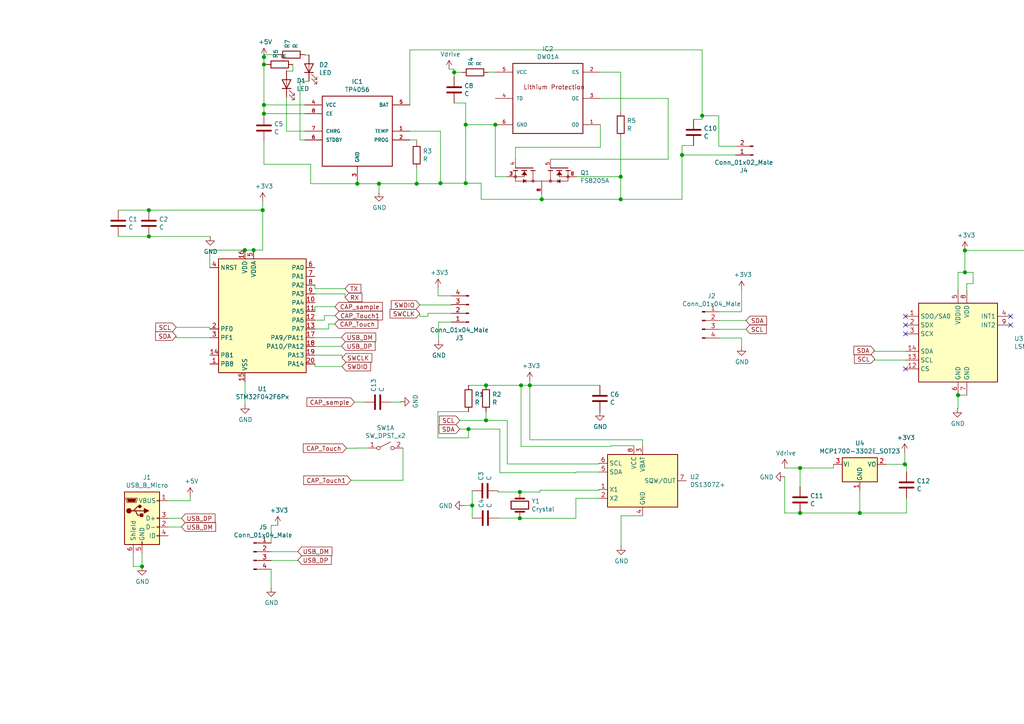
<source format=kicad_sch>
(kicad_sch (version 20200828) (generator eeschema)
  (page 1 1)
  (paper "A4")
  (lib_symbols
    (symbol "Connector:Conn_01x02_Male" (pin_names (offset 1.016) hide)
      (property "Reference" "J" (at 0 2.54 0))
      (property "Value" "Conn_01x02_Male" (at 0 -5.08 0))
      (symbol "Conn_01x02_Male_1_1"
        (rectangle (start 0.8636 -2.413) (end 0 -2.667) (stroke (width 0.1524)) (fill (type outline)))
        (rectangle (start 0.8636 0.127) (end 0 -0.127) (stroke (width 0.1524)) (fill (type outline)))
        (polyline (pts (xy 1.27 -2.54) (xy 0.8636 -2.54)) (stroke (width 0.1524)))
        (polyline (pts (xy 1.27 0) (xy 0.8636 0)) (stroke (width 0.1524)))
        (pin passive line (at 5.08 0 180) (length 3.81) (name "Pin_1") (number "1"))
        (pin passive line (at 5.08 -2.54 180) (length 3.81) (name "Pin_2") (number "2"))
      )
    )
    (symbol "Connector:Conn_01x04_Male" (pin_names (offset 1.016) hide)
      (property "Reference" "J" (at 0 5.08 0))
      (property "Value" "Conn_01x04_Male" (at 0 -7.62 0))
      (symbol "Conn_01x04_Male_1_1"
        (rectangle (start 0.8636 -4.953) (end 0 -5.207) (stroke (width 0.1524)) (fill (type outline)))
        (rectangle (start 0.8636 -2.413) (end 0 -2.667) (stroke (width 0.1524)) (fill (type outline)))
        (rectangle (start 0.8636 0.127) (end 0 -0.127) (stroke (width 0.1524)) (fill (type outline)))
        (rectangle (start 0.8636 2.667) (end 0 2.413) (stroke (width 0.1524)) (fill (type outline)))
        (polyline (pts (xy 1.27 -5.08) (xy 0.8636 -5.08)) (stroke (width 0.1524)))
        (polyline (pts (xy 1.27 -2.54) (xy 0.8636 -2.54)) (stroke (width 0.1524)))
        (polyline (pts (xy 1.27 0) (xy 0.8636 0)) (stroke (width 0.1524)))
        (polyline (pts (xy 1.27 2.54) (xy 0.8636 2.54)) (stroke (width 0.1524)))
        (pin passive line (at 5.08 2.54 180) (length 3.81) (name "Pin_1") (number "1"))
        (pin passive line (at 5.08 0 180) (length 3.81) (name "Pin_2") (number "2"))
        (pin passive line (at 5.08 -2.54 180) (length 3.81) (name "Pin_3") (number "3"))
        (pin passive line (at 5.08 -5.08 180) (length 3.81) (name "Pin_4") (number "4"))
      )
    )
    (symbol "Connector:USB_B_Micro" (pin_names (offset 1.016))
      (property "Reference" "J" (at -5.08 11.43 0))
      (property "Value" "USB_B_Micro" (at -5.08 8.89 0))
      (symbol "USB_B_Micro_0_1"
        (circle (center -3.81 2.159) (radius 0.635) (stroke (width 0.254)) (fill (type outline)))
        (circle (center -0.635 3.429) (radius 0.381) (stroke (width 0.254)) (fill (type outline)))
        (rectangle (start -5.08 -7.62) (end 5.08 7.62) (stroke (width 0.254)) (fill (type background)))
        (rectangle (start -0.127 -7.62) (end 0.127 -6.858))
        (rectangle (start 0.254 1.27) (end -0.508 0.508) (stroke (width 0.254)) (fill (type outline)))
        (rectangle (start 5.08 -5.207) (end 4.318 -4.953))
        (rectangle (start 5.08 -2.667) (end 4.318 -2.413))
        (rectangle (start 5.08 -0.127) (end 4.318 0.127))
        (rectangle (start 5.08 4.953) (end 4.318 5.207))
        (polyline (pts (xy -1.905 2.159) (xy 0.635 2.159)) (stroke (width 0.254)))
        (polyline (pts (xy -3.175 2.159) (xy -2.54 2.159) (xy -1.27 3.429) (xy -0.635 3.429)) (stroke (width 0.254)))
        (polyline (pts (xy -2.54 2.159) (xy -1.905 2.159) (xy -1.27 0.889) (xy 0 0.889)) (stroke (width 0.254)))
        (polyline (pts (xy 0.635 2.794) (xy 0.635 1.524) (xy 1.905 2.159) (xy 0.635 2.794)) (stroke (width 0.254)) (fill (type outline)))
        (polyline (pts (xy -4.318 5.588) (xy -1.778 5.588) (xy -2.032 4.826) (xy -4.064 4.826) (xy -4.318 5.588)) (fill (type outline)))
        (polyline (pts (xy -4.699 5.842) (xy -4.699 5.588) (xy -4.445 4.826) (xy -4.445 4.572) (xy -1.651 4.572) (xy -1.651 4.826) (xy -1.397 5.588) (xy -1.397 5.842) (xy -4.699 5.842)))
      )
      (symbol "USB_B_Micro_1_1"
        (pin power_out line (at 7.62 5.08 180) (length 2.54) (name "VBUS") (number "1"))
        (pin passive line (at 7.62 -2.54 180) (length 2.54) (name "D-") (number "2"))
        (pin passive line (at 7.62 0 180) (length 2.54) (name "D+") (number "3"))
        (pin passive line (at 7.62 -5.08 180) (length 2.54) (name "ID") (number "4"))
        (pin power_out line (at 0 -10.16 90) (length 2.54) (name "GND") (number "5"))
        (pin passive line (at -2.54 -10.16 90) (length 2.54) (name "Shield") (number "6"))
      )
    )
    (symbol "Device:C" (pin_numbers hide) (pin_names (offset 0.254))
      (property "Reference" "C" (at 0.635 2.54 0))
      (property "Value" "C" (at 0.635 -2.54 0))
      (symbol "C_0_1"
        (polyline (pts (xy -2.032 -0.762) (xy 2.032 -0.762)) (stroke (width 0.508)))
        (polyline (pts (xy -2.032 0.762) (xy 2.032 0.762)) (stroke (width 0.508)))
      )
      (symbol "C_1_1"
        (pin passive line (at 0 3.81 270) (length 2.794) (name "~") (number "1"))
        (pin passive line (at 0 -3.81 90) (length 2.794) (name "~") (number "2"))
      )
    )
    (symbol "Device:Crystal" (pin_numbers hide) (pin_names (offset 1.016) hide)
      (property "Reference" "Y" (at 0 3.81 0))
      (property "Value" "Crystal" (at 0 -3.81 0))
      (symbol "Crystal_0_1"
        (rectangle (start -1.143 2.54) (end 1.143 -2.54) (stroke (width 0.3048)))
        (polyline (pts (xy -2.54 0) (xy -1.905 0)))
        (polyline (pts (xy -1.905 -1.27) (xy -1.905 1.27)) (stroke (width 0.508)))
        (polyline (pts (xy 1.905 -1.27) (xy 1.905 1.27)) (stroke (width 0.508)))
        (polyline (pts (xy 2.54 0) (xy 1.905 0)))
      )
      (symbol "Crystal_1_1"
        (pin passive line (at -3.81 0 0) (length 1.27) (name "1") (number "1"))
        (pin passive line (at 3.81 0 180) (length 1.27) (name "2") (number "2"))
      )
    )
    (symbol "Device:LED" (pin_numbers hide) (pin_names (offset 1.016) hide)
      (property "Reference" "D" (at 0 2.54 0))
      (property "Value" "LED" (at 0 -2.54 0))
      (symbol "LED_0_1"
        (polyline (pts (xy -1.27 -1.27) (xy -1.27 1.27)) (stroke (width 0.254)))
        (polyline (pts (xy -1.27 0) (xy 1.27 0)))
        (polyline (pts (xy 1.27 -1.27) (xy 1.27 1.27) (xy -1.27 0) (xy 1.27 -1.27)) (stroke (width 0.254)))
        (polyline (pts (xy -3.048 -0.762) (xy -4.572 -2.286) (xy -3.81 -2.286) (xy -4.572 -2.286) (xy -4.572 -1.524)))
        (polyline (pts (xy -1.778 -0.762) (xy -3.302 -2.286) (xy -2.54 -2.286) (xy -3.302 -2.286) (xy -3.302 -1.524)))
      )
      (symbol "LED_1_1"
        (pin passive line (at -3.81 0 0) (length 2.54) (name "K") (number "1"))
        (pin passive line (at 3.81 0 180) (length 2.54) (name "A") (number "2"))
      )
    )
    (symbol "Device:R" (pin_numbers hide) (pin_names (offset 0))
      (property "Reference" "R" (at 2.032 0 90))
      (property "Value" "R" (at 0 0 90))
      (symbol "R_0_1"
        (rectangle (start -1.016 -2.54) (end 1.016 2.54) (stroke (width 0.254)))
      )
      (symbol "R_1_1"
        (pin passive line (at 0 3.81 270) (length 1.27) (name "~") (number "1"))
        (pin passive line (at 0 -3.81 90) (length 1.27) (name "~") (number "2"))
      )
    )
    (symbol "MCU_ST_STM32F0:STM32F042F6Px"
      (property "Reference" "U" (at -12.7 16.51 0))
      (property "Value" "STM32F042F6Px" (at 0 16.51 0))
      (symbol "STM32F042F6Px_0_1"
        (rectangle (start -12.7 -17.78) (end 12.7 15.24) (stroke (width 0.254)) (fill (type background)))
      )
      (symbol "STM32F042F6Px_1_1"
        (pin bidirectional line (at -15.24 -15.24 0) (length 2.54) (name "PB8") (number "1"))
        (pin bidirectional line (at 15.24 2.54 180) (length 2.54) (name "PA4") (number "10"))
        (pin bidirectional line (at 15.24 0 180) (length 2.54) (name "PA5") (number "11"))
        (pin bidirectional line (at 15.24 -2.54 180) (length 2.54) (name "PA6") (number "12"))
        (pin bidirectional line (at 15.24 -5.08 180) (length 2.54) (name "PA7") (number "13"))
        (pin bidirectional line (at -15.24 -12.7 0) (length 2.54) (name "PB1") (number "14"))
        (pin power_in line (at -5.08 -20.32 90) (length 2.54) (name "VSS") (number "15"))
        (pin power_in line (at -5.08 17.78 270) (length 2.54) (name "VDD") (number "16"))
        (pin bidirectional line (at 15.24 -7.62 180) (length 2.54) (name "PA9/PA11") (number "17"))
        (pin bidirectional line (at 15.24 -10.16 180) (length 2.54) (name "PA10/PA12") (number "18"))
        (pin bidirectional line (at 15.24 -12.7 180) (length 2.54) (name "PA13") (number "19"))
        (pin input line (at -15.24 -5.08 0) (length 2.54) (name "PF0") (number "2"))
        (pin bidirectional line (at 15.24 -15.24 180) (length 2.54) (name "PA14") (number "20"))
        (pin input line (at -15.24 -7.62 0) (length 2.54) (name "PF1") (number "3"))
        (pin input line (at -15.24 12.7 0) (length 2.54) (name "NRST") (number "4"))
        (pin power_in line (at -2.54 17.78 270) (length 2.54) (name "VDDA") (number "5"))
        (pin bidirectional line (at 15.24 12.7 180) (length 2.54) (name "PA0") (number "6"))
        (pin bidirectional line (at 15.24 10.16 180) (length 2.54) (name "PA1") (number "7"))
        (pin bidirectional line (at 15.24 7.62 180) (length 2.54) (name "PA2") (number "8"))
        (pin bidirectional line (at 15.24 5.08 180) (length 2.54) (name "PA3") (number "9"))
      )
    )
    (symbol "New_Library:DW01A" (pin_names (offset 1.016))
      (property "Reference" "IC" (at -5.08 11.43 0))
      (property "Value" "DW01A" (at -5.08 -12.7 0))
      (symbol "DW01A_0_0"
        (text "Lithium Protection" (at -7.112 2.54 0) (effects (font (size 1.27 1.27)) (justify left bottom)))
        (polyline (pts (xy -10.16 -10.16) (xy -10.16 10.16)) (stroke (width 0.254)))
        (polyline (pts (xy -10.16 10.16) (xy 10.16 10.16)) (stroke (width 0.254)))
        (polyline (pts (xy 10.16 10.16) (xy 10.16 -10.16)) (stroke (width 0.254)))
        (polyline (pts (xy 10.16 -10.16) (xy -10.16 -10.16)) (stroke (width 0.254)))
        (pin power_in line (at -15.24 7.62 0) (length 5.08) (name "VCC") (number "5"))
        (pin power_in line (at -15.24 -7.62 0) (length 5.08) (name "GND") (number "6"))
        (pin bidirectional line (at -15.24 0 0) (length 5.08) (name "TD") (number "4"))
        (pin bidirectional line (at 15.24 -7.62 180) (length 5.08) (name "OD") (number "1"))
        (pin bidirectional line (at 15.24 0 180) (length 5.08) (name "OC") (number "3"))
        (pin bidirectional line (at 15.24 7.62 180) (length 5.08) (name "CS") (number "2"))
      )
    )
    (symbol "New_Library:FS8205A" (pin_names (offset 1.016) hide)
      (property "Reference" "Q" (at -11.43 7.62 0))
      (property "Value" "FS8205A" (at -11.43 -12.7 0))
      (symbol "FS8205A_0_0"
        (circle (center 0 -7.62) (radius 0.3556))
        (circle (center 1.27 -2.54) (radius 0.3556))
        (circle (center 0 7.62) (radius 0.3556))
        (circle (center 1.27 2.54) (radius 0.3556))
        (polyline (pts (xy -1.778 -4.318) (xy -1.778 -5.08)) (stroke (width 0.254)))
        (polyline (pts (xy -1.778 -5.08) (xy -1.778 -5.842)) (stroke (width 0.254)))
        (polyline (pts (xy -1.778 -1.905) (xy -1.778 -2.54)) (stroke (width 0.254)))
        (polyline (pts (xy -1.778 -2.54) (xy -1.778 -3.175)) (stroke (width 0.254)))
        (polyline (pts (xy -1.778 -5.08) (xy 0 -5.08)) (stroke (width 0.1524)))
        (polyline (pts (xy 0 -5.08) (xy 0 -7.62)) (stroke (width 0.1524)))
        (polyline (pts (xy -1.778 -6.985) (xy -1.778 -7.62)) (stroke (width 0.254)))
        (polyline (pts (xy -1.778 -7.62) (xy -1.778 -8.255)) (stroke (width 0.254)))
        (polyline (pts (xy -2.54 -2.54) (xy -2.54 -7.62)) (stroke (width 0.254)))
        (polyline (pts (xy 0 -7.62) (xy -1.778 -7.62)) (stroke (width 0.1524)))
        (polyline (pts (xy 1.27 -2.54) (xy 1.27 -4.572)) (stroke (width 0.1524)))
        (polyline (pts (xy 1.27 -4.572) (xy 1.27 -7.62)) (stroke (width 0.1524)))
        (polyline (pts (xy 0 -7.62) (xy 1.27 -7.62)) (stroke (width 0.1524)))
        (polyline (pts (xy -1.778 -2.54) (xy 1.27 -2.54)) (stroke (width 0.1524)))
        (polyline (pts (xy 1.778 -4.572) (xy 1.27 -4.572)) (stroke (width 0.1524)))
        (polyline (pts (xy 1.27 -4.572) (xy 0.762 -4.572)) (stroke (width 0.1524)))
        (polyline (pts (xy 1.27 -4.572) (xy 0.762 -5.334) (xy 1.778 -5.334)) (stroke (width 0.1524)) (fill (type outline)))
        (polyline (pts (xy -1.524 -5.08) (xy -0.508 -4.318) (xy -0.508 -5.842)) (stroke (width 0.1524)) (fill (type outline)))
        (polyline (pts (xy -1.778 5.842) (xy -1.778 5.08)) (stroke (width 0.254)))
        (polyline (pts (xy -1.778 5.08) (xy -1.778 4.318)) (stroke (width 0.254)))
        (polyline (pts (xy -1.778 8.255) (xy -1.778 7.62)) (stroke (width 0.254)))
        (polyline (pts (xy -1.778 7.62) (xy -1.778 6.985)) (stroke (width 0.254)))
        (polyline (pts (xy -1.778 5.08) (xy 0 5.08)) (stroke (width 0.1524)))
        (polyline (pts (xy -1.778 3.175) (xy -1.778 2.54)) (stroke (width 0.254)))
        (polyline (pts (xy -1.778 2.54) (xy -1.778 1.905)) (stroke (width 0.254)))
        (polyline (pts (xy -2.54 7.62) (xy -2.54 2.54)) (stroke (width 0.254)))
        (polyline (pts (xy 1.27 2.54) (xy -1.778 2.54)) (stroke (width 0.1524)))
        (polyline (pts (xy -1.778 7.62) (xy 1.27 7.62)) (stroke (width 0.1524)))
        (polyline (pts (xy -1.524 5.08) (xy -0.508 5.842) (xy -0.508 4.318)) (stroke (width 0.1524)) (fill (type outline)))
        (polyline (pts (xy 1.27 2.54) (xy 1.27 4.572)) (stroke (width 0.1524)))
        (polyline (pts (xy 1.27 4.572) (xy 1.27 7.62)) (stroke (width 0.1524)))
        (polyline (pts (xy 0.762 4.572) (xy 1.27 4.572)) (stroke (width 0.1524)))
        (polyline (pts (xy 1.27 4.572) (xy 1.778 4.572)) (stroke (width 0.1524)))
        (polyline (pts (xy 1.27 4.572) (xy 1.778 5.334) (xy 0.762 5.334)) (stroke (width 0.1524)) (fill (type outline)))
        (polyline (pts (xy 0 7.62) (xy 0 5.08)) (stroke (width 0.1524)))
        (polyline (pts (xy 1.27 -2.54) (xy 1.27 0)) (stroke (width 0.1524)))
        (polyline (pts (xy 1.27 0) (xy 1.27 2.54)) (stroke (width 0.1524)))
        (polyline (pts (xy 1.27 0) (xy 2.54 0)) (stroke (width 0.1524)))
        (pin passive line (at 0 -10.16 90) (length 2.54) (name "~") (number "2"))
        (pin passive line (at 0 -10.16 90) (length 2.54) (name "~") (number "3"))
        (pin passive line (at -5.08 -7.62 0) (length 2.54) (name "~") (number "4"))
        (pin passive line (at 5.08 0 180) (length 2.54) (name "~") (number "1"))
        (pin passive line (at 5.08 0 180) (length 2.54) (name "~") (number "8"))
        (pin passive line (at -5.08 2.54 0) (length 2.54) (name "~") (number "5"))
        (pin passive line (at 0 10.16 270) (length 2.54) (name "~") (number "6"))
        (pin passive line (at 0 10.16 270) (length 2.54) (name "~") (number "7"))
      )
    )
    (symbol "New_Library:TP4056" (pin_names (offset 1.016))
      (property "Reference" "IC" (at -10.16 12.7 0))
      (property "Value" "TP4056" (at 2.54 -12.7254 0))
      (symbol "TP4056_0_0"
        (polyline (pts (xy -10.16 10.16) (xy -10.16 -10.16)) (stroke (width 0.254)))
        (polyline (pts (xy -10.16 -10.16) (xy 10.16 -10.16)) (stroke (width 0.254)))
        (polyline (pts (xy 10.16 -10.16) (xy 10.16 10.16)) (stroke (width 0.254)))
        (polyline (pts (xy 10.16 10.16) (xy -10.16 10.16)) (stroke (width 0.254)))
        (pin bidirectional line (at 15.24 0 180) (length 5.08) (name "TEMP") (number "1"))
        (pin bidirectional line (at 15.24 -2.54 180) (length 5.08) (name "PROG") (number "2"))
        (pin bidirectional line (at 0 -15.24 90) (length 5.08) (name "GND") (number "3"))
        (pin bidirectional line (at -15.24 7.62 0) (length 5.08) (name "VCC") (number "4"))
        (pin bidirectional line (at 15.24 7.62 180) (length 5.08) (name "BAT") (number "5"))
        (pin bidirectional line (at -15.24 -2.54 0) (length 5.08) (name "STDBY") (number "6"))
        (pin bidirectional line (at -15.24 0 0) (length 5.08) (name "CHRG") (number "7"))
        (pin bidirectional line (at -15.24 5.08 0) (length 5.08) (name "CE") (number "8"))
      )
    )
    (symbol "Sensor_Motion:LSM6DS3"
      (property "Reference" "U" (at -11.43 15.24 0))
      (property "Value" "LSM6DS3" (at -11.43 12.7 0))
      (symbol "LSM6DS3_0_1"
        (rectangle (start 11.43 11.43) (end -11.43 -11.43) (stroke (width 0.254)) (fill (type background)))
      )
      (symbol "LSM6DS3_1_1"
        (pin bidirectional line (at -15.24 7.62 0) (length 3.81) (name "SDO/SA0") (number "1"))
        (pin unconnected line (at 10.16 -5.08 180) (length 3.81) hide (name "NC") (number "10"))
        (pin unconnected line (at 10.16 -2.54 180) (length 3.81) hide (name "NC") (number "11"))
        (pin input line (at -15.24 -7.62 0) (length 3.81) (name "CS") (number "12"))
        (pin input line (at -15.24 -5.08 0) (length 3.81) (name "SCL") (number "13"))
        (pin bidirectional line (at -15.24 -2.54 0) (length 3.81) (name "SDA") (number "14"))
        (pin bidirectional line (at -15.24 5.08 0) (length 3.81) (name "SDX") (number "2"))
        (pin input line (at -15.24 2.54 0) (length 3.81) (name "SCX") (number "3"))
        (pin output line (at 15.24 7.62 180) (length 3.81) (name "INT1") (number "4"))
        (pin power_in line (at 0 15.24 270) (length 3.81) (name "VDDIO") (number "5"))
        (pin power_in line (at 0 -15.24 90) (length 3.81) (name "GND") (number "6"))
        (pin power_in line (at 2.54 -15.24 90) (length 3.81) (name "GND") (number "7"))
        (pin power_in line (at 2.54 15.24 270) (length 3.81) (name "VDD") (number "8"))
        (pin output line (at 15.24 5.08 180) (length 3.81) (name "INT2") (number "9"))
      )
    )
    (symbol "Switch:SW_DPST_x2" (pin_names (offset 0) hide)
      (property "Reference" "SW" (at 0 3.175 0))
      (property "Value" "SW_DPST_x2" (at 0 -2.54 0))
      (symbol "SW_DPST_x2_0_0"
        (circle (center -2.032 0) (radius 0.508))
        (circle (center 2.032 0) (radius 0.508))
        (polyline (pts (xy -1.524 0.254) (xy 1.524 1.778)))
      )
      (symbol "SW_DPST_x2_1_1"
        (pin passive line (at -5.08 0 0) (length 2.54) (name "A") (number "1"))
        (pin passive line (at 5.08 0 180) (length 2.54) (name "B") (number "2"))
      )
      (symbol "SW_DPST_x2_2_1"
        (pin passive line (at -5.08 0 0) (length 2.54) (name "A") (number "3"))
        (pin passive line (at 5.08 0 180) (length 2.54) (name "B") (number "4"))
      )
    )
    (symbol "Timer_RTC:DS1307Z+"
      (property "Reference" "U" (at -8.89 8.89 0))
      (property "Value" "DS1307Z+" (at 1.27 8.89 0))
      (symbol "DS1307Z+_0_1"
        (rectangle (start -10.16 7.62) (end 10.16 -7.62) (stroke (width 0.254)) (fill (type background)))
      )
      (symbol "DS1307Z+_1_1"
        (pin input line (at -12.7 -2.54 0) (length 2.54) (name "X1") (number "1"))
        (pin input line (at -12.7 -5.08 0) (length 2.54) (name "X2") (number "2"))
        (pin power_in line (at 0 10.16 270) (length 2.54) (name "VBAT") (number "3"))
        (pin power_in line (at 0 -10.16 90) (length 2.54) (name "GND") (number "4"))
        (pin bidirectional line (at -12.7 2.54 0) (length 2.54) (name "SDA") (number "5"))
        (pin input line (at -12.7 5.08 0) (length 2.54) (name "SCL") (number "6"))
        (pin open_collector line (at 12.7 0 180) (length 2.54) (name "SQW/OUT") (number "7"))
        (pin power_in line (at -2.54 10.16 270) (length 2.54) (name "VCC") (number "8"))
      )
    )
    (symbol "drone_v3-cache:MCP1700-3302E_SOT23" (pin_names (offset 0.254))
      (property "Reference" "U" (at -3.81 3.175 0))
      (property "Value" "MCP1700-3302E_SOT23" (at 0 3.175 0))
      (symbol "MCP1700-3302E_SOT23_0_1"
        (rectangle (start -5.08 1.905) (end 5.08 -5.08) (stroke (width 0.254)) (fill (type background)))
      )
      (symbol "MCP1700-3302E_SOT23_1_1"
        (pin power_in line (at 0 -7.62 90) (length 2.54) (name "GND") (number "1"))
        (pin power_out line (at 7.62 0 180) (length 2.54) (name "VO") (number "2"))
        (pin power_in line (at -7.62 0 0) (length 2.54) (name "VI") (number "3"))
      )
    )
    (symbol "power:+3.3V" (power) (pin_names (offset 0))
      (property "Value" "+3.3V" (at 0 3.556 0))
      (symbol "+3.3V_0_1"
        (polyline (pts (xy -0.762 1.27) (xy 0 2.54)))
        (polyline (pts (xy 0 0) (xy 0 2.54)))
        (polyline (pts (xy 0 2.54) (xy 0.762 1.27)))
      )
      (symbol "+3.3V_1_1"
        (pin power_in line (at 0 0 90) (length 0) hide (name "+3V3") (number "1"))
      )
    )
    (symbol "power:+3V3" (power) (pin_names (offset 0))
      (property "Value" "+3V3" (at 0 3.556 0))
      (symbol "+3V3_0_1"
        (polyline (pts (xy -0.762 1.27) (xy 0 2.54)))
        (polyline (pts (xy 0 0) (xy 0 2.54)))
        (polyline (pts (xy 0 2.54) (xy 0.762 1.27)))
      )
      (symbol "+3V3_1_1"
        (pin power_in line (at 0 0 90) (length 0) hide (name "+3V3") (number "1"))
      )
    )
    (symbol "power:+5V" (power) (pin_names (offset 0))
      (property "Value" "+5V" (at 0 3.556 0))
      (symbol "+5V_0_1"
        (polyline (pts (xy -0.762 1.27) (xy 0 2.54)))
        (polyline (pts (xy 0 0) (xy 0 2.54)))
        (polyline (pts (xy 0 2.54) (xy 0.762 1.27)))
      )
      (symbol "+5V_1_1"
        (pin power_in line (at 0 0 90) (length 0) hide (name "+5V") (number "1"))
      )
    )
    (symbol "power:GND" (power) (pin_names (offset 0))
      (property "Value" "GND" (at 0 -3.81 0))
      (symbol "GND_0_1"
        (polyline (pts (xy 0 0) (xy 0 -1.27) (xy 1.27 -1.27) (xy 0 -2.54) (xy -1.27 -1.27) (xy 0 -1.27)))
      )
      (symbol "GND_1_1"
        (pin power_in line (at 0 0 270) (length 0) hide (name "GND") (number "1"))
      )
    )
    (symbol "power:Vdrive" (power) (pin_names (offset 0))
      (property "Value" "Vdrive" (at 0 3.81 0))
      (symbol "Vdrive_0_1"
        (polyline (pts (xy -0.762 1.27) (xy 0 2.54)))
        (polyline (pts (xy 0 0) (xy 0 2.54)))
        (polyline (pts (xy 0 2.54) (xy 0.762 1.27)))
      )
      (symbol "Vdrive_1_1"
        (pin power_in line (at 0 0 90) (length 0) hide (name "Vdrive") (number "1"))
      )
    )
  )
  (junction (at 41.1988 164.2872) (diameter 1.016))
  (junction (at 43.18 60.96) (diameter 1.016))
  (junction (at 43.18 68.58) (diameter 1.016))
  (junction (at 71.0184 72.5424) (diameter 1.016))
  (junction (at 73.5584 72.5424) (diameter 1.016))
  (junction (at 76.2 60.96) (diameter 1.016))
  (junction (at 76.5556 16.5608) (diameter 1.016))
  (junction (at 76.5556 18.6944) (diameter 1.016))
  (junction (at 76.5556 30.4292) (diameter 1.016))
  (junction (at 76.5556 32.9692) (diameter 1.016))
  (junction (at 103.632 53.2892) (diameter 1.016))
  (junction (at 109.9312 53.2892) (diameter 1.016))
  (junction (at 120.8532 53.2892) (diameter 1.016))
  (junction (at 127.762 53.1368) (diameter 1.016))
  (junction (at 131.7244 20.9804) (diameter 1.016))
  (junction (at 135.0772 36.1696) (diameter 1.016))
  (junction (at 135.0772 53.1368) (diameter 1.016))
  (junction (at 135.89 124.46) (diameter 1.016))
  (junction (at 136.9568 146.6088) (diameter 1.016))
  (junction (at 140.97 111.76) (diameter 1.016))
  (junction (at 140.97 121.92) (diameter 1.016))
  (junction (at 143.6624 36.1696) (diameter 1.016))
  (junction (at 150.7744 142.6972) (diameter 1.016))
  (junction (at 150.7744 150.3172) (diameter 1.016))
  (junction (at 151.13 111.76) (diameter 1.016))
  (junction (at 153.67 111.76) (diameter 1.016))
  (junction (at 157.1244 57.8104) (diameter 1.016))
  (junction (at 180.0352 51.2572) (diameter 1.016))
  (junction (at 180.0352 57.8104) (diameter 1.016))
  (junction (at 197.8152 44.958) (diameter 1.016))
  (junction (at 203.6572 33.5788) (diameter 1.016))
  (junction (at 232.0544 135.7376) (diameter 1.016))
  (junction (at 232.0544 148.7932) (diameter 1.016))
  (junction (at 249.3772 148.7932) (diameter 1.016))
  (junction (at 262.4328 134.6708) (diameter 1.016))
  (junction (at 277.876 114.6048) (diameter 1.016))
  (junction (at 279.8572 72.644) (diameter 1.016))
  (junction (at 279.8572 78.994) (diameter 1.016))
  (junction (at 302.7172 72.644) (diameter 1.016))
  (junction (at 310.3372 81.534) (diameter 1.016))
  (no_connect (at 262.636 91.7448))
  (no_connect (at 262.636 106.9848))
  (no_connect (at 293.116 91.7448))
  (no_connect (at 293.116 94.2848))
  (no_connect (at 262.636 96.8248))
  (no_connect (at 262.636 94.2848))
  (wire (pts (xy 38.6588 160.4772) (xy 38.6588 164.2872)))
  (wire (pts (xy 38.6588 164.2872) (xy 41.1988 164.2872)))
  (wire (pts (xy 41.1988 160.4772) (xy 41.1988 164.2872)))
  (wire (pts (xy 43.18 60.96) (xy 34.29 60.96)))
  (wire (pts (xy 43.18 60.96) (xy 76.2 60.96)))
  (wire (pts (xy 43.18 68.58) (xy 34.29 68.58)))
  (wire (pts (xy 43.18 68.58) (xy 60.96 68.58)))
  (wire (pts (xy 48.8188 145.2372) (xy 55.1688 145.2372)))
  (wire (pts (xy 48.8188 150.3172) (xy 52.6288 150.3172)))
  (wire (pts (xy 48.8188 152.8572) (xy 52.6288 152.8572)))
  (wire (pts (xy 51.1048 94.9452) (xy 60.8584 94.9452)))
  (wire (pts (xy 51.1048 97.9424) (xy 51.1048 97.4852)))
  (wire (pts (xy 55.1688 145.2372) (xy 55.1688 143.9672)))
  (wire (pts (xy 60.8584 72.5424) (xy 71.0184 72.5424)))
  (wire (pts (xy 60.8584 77.6224) (xy 60.8584 72.5424)))
  (wire (pts (xy 60.8584 94.9452) (xy 60.8584 95.4024)))
  (wire (pts (xy 60.8584 97.9424) (xy 51.1048 97.9424)))
  (wire (pts (xy 71.0184 72.5424) (xy 73.5584 72.5424)))
  (wire (pts (xy 71.0692 110.6424) (xy 71.0184 110.6424)))
  (wire (pts (xy 71.0692 117.348) (xy 71.0692 110.6424)))
  (wire (pts (xy 76.2 60.96) (xy 76.2 58.42)))
  (wire (pts (xy 76.2 60.96) (xy 76.2 72.5424)))
  (wire (pts (xy 76.2 72.5424) (xy 73.5584 72.5424)))
  (wire (pts (xy 76.5556 15.8496) (xy 76.5556 16.5608)))
  (wire (pts (xy 76.5556 16.5608) (xy 76.5556 18.6944)))
  (wire (pts (xy 76.5556 18.6944) (xy 76.5556 30.4292)))
  (wire (pts (xy 76.5556 18.6944) (xy 77.3176 18.6944)))
  (wire (pts (xy 76.5556 30.4292) (xy 76.5556 32.9692)))
  (wire (pts (xy 76.5556 32.9692) (xy 76.5556 33.3248)))
  (wire (pts (xy 76.5556 40.9448) (xy 76.5556 47.6504)))
  (wire (pts (xy 76.5556 47.6504) (xy 90.1192 47.6504)))
  (wire (pts (xy 78.6384 152.3492) (xy 80.5688 152.3492)))
  (wire (pts (xy 78.6384 157.48) (xy 78.6384 152.3492)))
  (wire (pts (xy 78.6384 160.02) (xy 86.36 160.02)))
  (wire (pts (xy 78.6384 165.1) (xy 78.6384 170.4848)))
  (wire (pts (xy 80.7212 15.8496) (xy 76.5556 15.8496)))
  (wire (pts (xy 83.1088 20.574) (xy 83.1088 20.6248)))
  (wire (pts (xy 83.1088 20.6248) (xy 84.9376 20.6248)))
  (wire (pts (xy 83.1088 28.194) (xy 83.1088 38.0492)))
  (wire (pts (xy 83.1088 38.0492) (xy 88.392 38.0492)))
  (wire (pts (xy 84.9376 20.6248) (xy 84.9376 18.6944)))
  (wire (pts (xy 86.36 160.02) (xy 86.36 159.9184)))
  (wire (pts (xy 86.36 162.4584) (xy 86.36 162.56)))
  (wire (pts (xy 86.36 162.56) (xy 78.6384 162.56)))
  (wire (pts (xy 87.0204 23.5712) (xy 87.0204 40.5892)))
  (wire (pts (xy 87.0204 40.5892) (xy 88.392 40.5892)))
  (wire (pts (xy 88.3412 15.9512) (xy 88.3412 15.8496)))
  (wire (pts (xy 88.392 30.4292) (xy 76.5556 30.4292)))
  (wire (pts (xy 88.392 32.9692) (xy 76.5556 32.9692)))
  (wire (pts (xy 89.6112 15.9512) (xy 88.3412 15.9512)))
  (wire (pts (xy 89.6112 23.5712) (xy 87.0204 23.5712)))
  (wire (pts (xy 90.1192 47.6504) (xy 90.1192 53.2892)))
  (wire (pts (xy 90.1192 53.2892) (xy 103.632 53.2892)))
  (wire (pts (xy 91.3384 83.7184) (xy 91.3384 82.7024)))
  (wire (pts (xy 91.3384 85.2424) (xy 100.076 85.2424)))
  (wire (pts (xy 91.3384 88.9508) (xy 97.1296 88.9508)))
  (wire (pts (xy 91.3384 90.3224) (xy 91.3384 88.9508)))
  (wire (pts (xy 91.3384 92.8624) (xy 94.0816 92.8624)))
  (wire (pts (xy 91.3384 95.4024) (xy 95.3008 95.4024)))
  (wire (pts (xy 91.3384 97.9424) (xy 99.06 97.9424)))
  (wire (pts (xy 91.3384 103.0224) (xy 99.2124 103.0224)))
  (wire (pts (xy 91.3384 106.3244) (xy 91.3384 105.5624)))
  (wire (pts (xy 94.0816 91.5416) (xy 97.2312 91.5416)))
  (wire (pts (xy 94.0816 92.8624) (xy 94.0816 91.5416)))
  (wire (pts (xy 95.3008 93.98) (xy 97.0788 93.98)))
  (wire (pts (xy 95.3008 95.4024) (xy 95.3008 93.98)))
  (wire (pts (xy 99.06 97.9424) (xy 99.06 97.8408)))
  (wire (pts (xy 99.06 100.3808) (xy 99.06 100.4824)))
  (wire (pts (xy 99.06 100.4824) (xy 91.3384 100.4824)))
  (wire (pts (xy 99.2124 103.0224) (xy 99.2124 103.7844)))
  (wire (pts (xy 99.2124 106.3244) (xy 91.3384 106.3244)))
  (wire (pts (xy 100.076 83.7184) (xy 91.3384 83.7184)))
  (wire (pts (xy 100.076 85.2424) (xy 100.076 86.2584)))
  (wire (pts (xy 101.8032 139.2936) (xy 116.8908 139.2936)))
  (wire (pts (xy 102.8192 116.6368) (xy 105.7148 116.6368)))
  (wire (pts (xy 103.632 53.2892) (xy 109.9312 53.2892)))
  (wire (pts (xy 103.632 129.9464) (xy 103.632 129.9972)))
  (wire (pts (xy 103.632 129.9972) (xy 100.4824 129.9972)))
  (wire (pts (xy 106.7308 129.9464) (xy 103.632 129.9464)))
  (wire (pts (xy 109.9312 53.2892) (xy 109.9312 55.8292)))
  (wire (pts (xy 109.9312 53.2892) (xy 120.8532 53.2892)))
  (wire (pts (xy 113.3348 116.6368) (xy 116.1796 116.6368)))
  (wire (pts (xy 116.1796 116.6368) (xy 116.1796 116.5352)))
  (wire (pts (xy 116.8908 129.9464) (xy 116.8908 139.2936)))
  (wire (pts (xy 118.872 14.478) (xy 203.6572 14.478)))
  (wire (pts (xy 118.872 30.4292) (xy 118.872 14.478)))
  (wire (pts (xy 118.872 40.5892) (xy 120.8532 40.5892)))
  (wire (pts (xy 120.8532 40.5892) (xy 120.8532 41.1988)))
  (wire (pts (xy 120.8532 48.8188) (xy 120.8532 53.2892)))
  (wire (pts (xy 120.8532 53.2892) (xy 127.762 53.2892)))
  (wire (pts (xy 121.7676 88.4428) (xy 130.9116 88.4428)))
  (wire (pts (xy 121.7676 91.7448) (xy 121.7676 90.9828)))
  (wire (pts (xy 124.1044 90.8812) (xy 124.1044 91.7448)))
  (wire (pts (xy 124.1044 91.7448) (xy 121.7676 91.7448)))
  (wire (pts (xy 127 119.38) (xy 127 127)))
  (wire (pts (xy 127 127) (xy 135.89 127)))
  (wire (pts (xy 127.0508 85.8012) (xy 127.0508 83.4644)))
  (wire (pts (xy 127.2032 93.4212) (xy 127.2032 98.7552)))
  (wire (pts (xy 127.762 38.0492) (xy 118.872 38.0492)))
  (wire (pts (xy 127.762 38.0492) (xy 127.762 53.1368)))
  (wire (pts (xy 127.762 53.1368) (xy 127.762 53.2892)))
  (wire (pts (xy 127.762 53.1368) (xy 135.0772 53.1368)))
  (wire (pts (xy 130.2512 20.066) (xy 131.7244 20.066)))
  (wire (pts (xy 130.9116 85.8012) (xy 127.0508 85.8012)))
  (wire (pts (xy 130.9116 88.4428) (xy 130.9116 88.3412)))
  (wire (pts (xy 130.9116 90.8812) (xy 124.1044 90.8812)))
  (wire (pts (xy 130.9116 93.4212) (xy 127.2032 93.4212)))
  (wire (pts (xy 131.7244 20.066) (xy 131.7244 20.9804)))
  (wire (pts (xy 131.7244 20.9804) (xy 131.7244 22.2504)))
  (wire (pts (xy 131.7244 29.8704) (xy 135.0772 29.8704)))
  (wire (pts (xy 133.35 121.92) (xy 140.97 121.92)))
  (wire (pts (xy 133.9596 20.9804) (xy 131.7244 20.9804)))
  (wire (pts (xy 134.5184 146.6088) (xy 136.9568 146.6088)))
  (wire (pts (xy 135.0772 29.8704) (xy 135.0772 36.1696)))
  (wire (pts (xy 135.0772 36.1696) (xy 135.0772 53.1368)))
  (wire (pts (xy 135.0772 53.1368) (xy 139.5476 53.1368)))
  (wire (pts (xy 135.89 111.76) (xy 140.97 111.76)))
  (wire (pts (xy 135.89 119.38) (xy 127 119.38)))
  (wire (pts (xy 135.89 124.46) (xy 133.35 124.46)))
  (wire (pts (xy 135.89 124.46) (xy 144.9832 124.46)))
  (wire (pts (xy 135.89 127) (xy 135.89 124.46)))
  (wire (pts (xy 136.9568 142.3416) (xy 136.8552 142.3416)))
  (wire (pts (xy 136.9568 146.6088) (xy 136.9568 142.3416)))
  (wire (pts (xy 136.9568 150.2664) (xy 136.9568 146.6088)))
  (wire (pts (xy 139.5476 57.8104) (xy 139.5476 53.1368)))
  (wire (pts (xy 140.97 111.76) (xy 151.13 111.76)))
  (wire (pts (xy 140.97 119.38) (xy 140.97 121.92)))
  (wire (pts (xy 140.97 121.92) (xy 147.1168 121.92)))
  (wire (pts (xy 141.5796 20.9296) (xy 141.5796 20.9804)))
  (wire (pts (xy 143.6624 20.9296) (xy 141.5796 20.9296)))
  (wire (pts (xy 143.6624 36.1696) (xy 135.0772 36.1696)))
  (wire (pts (xy 143.6624 51.2572) (xy 143.6624 36.1696)))
  (wire (pts (xy 144.4752 142.6972) (xy 144.4752 142.3416)))
  (wire (pts (xy 144.5768 150.2664) (xy 150.7744 150.2664)))
  (wire (pts (xy 144.9832 137.1092) (xy 144.9832 124.46)))
  (wire (pts (xy 146.9644 51.2572) (xy 143.6624 51.2572)))
  (wire (pts (xy 147.1168 121.92) (xy 147.1168 134.5692)))
  (wire (pts (xy 147.1168 134.5692) (xy 173.6852 134.5692)))
  (wire (pts (xy 149.5044 42.7228) (xy 174.1424 42.7228)))
  (wire (pts (xy 149.5044 46.1772) (xy 149.5044 42.7228)))
  (wire (pts (xy 150.7744 142.6972) (xy 144.4752 142.6972)))
  (wire (pts (xy 150.7744 142.6972) (xy 156.6164 142.6972)))
  (wire (pts (xy 150.7744 150.2664) (xy 150.7744 150.3172)))
  (wire (pts (xy 150.7744 150.3172) (xy 167.0304 150.3172)))
  (wire (pts (xy 151.13 111.76) (xy 151.13 129.4892)))
  (wire (pts (xy 151.13 111.76) (xy 153.67 111.76)))
  (wire (pts (xy 153.67 111.76) (xy 153.67 110.49)))
  (wire (pts (xy 153.67 111.76) (xy 153.67 127.5588)))
  (wire (pts (xy 153.67 111.76) (xy 173.99 111.76)))
  (wire (pts (xy 153.67 127.5588) (xy 186.3852 127.5588)))
  (wire (pts (xy 156.6164 142.1892) (xy 173.6852 142.1892)))
  (wire (pts (xy 156.6164 142.6972) (xy 156.6164 142.1892)))
  (wire (pts (xy 157.1244 57.8104) (xy 139.5476 57.8104)))
  (wire (pts (xy 157.1244 57.8104) (xy 157.1244 56.3372)))
  (wire (pts (xy 157.1244 57.8104) (xy 180.0352 57.8104)))
  (wire (pts (xy 159.6644 46.1772) (xy 193.802 46.1772)))
  (wire (pts (xy 167.0304 136.906) (xy 167.0304 137.1092)))
  (wire (pts (xy 167.0304 137.1092) (xy 144.9832 137.1092)))
  (wire (pts (xy 167.0304 144.526) (xy 167.0304 150.3172)))
  (wire (pts (xy 167.0304 144.526) (xy 173.6852 144.526)))
  (wire (pts (xy 167.2844 51.2572) (xy 180.0352 51.2572)))
  (wire (pts (xy 173.6852 134.5692) (xy 173.6852 134.366)))
  (wire (pts (xy 173.6852 136.906) (xy 167.0304 136.906)))
  (wire (pts (xy 173.6852 142.1892) (xy 173.6852 141.986)))
  (wire (pts (xy 174.1424 20.9296) (xy 180.0352 20.9296)))
  (wire (pts (xy 174.1424 36.1696) (xy 174.1424 42.7228)))
  (wire (pts (xy 177.1904 129.286) (xy 177.1904 129.4892)))
  (wire (pts (xy 177.1904 129.4892) (xy 151.13 129.4892)))
  (wire (pts (xy 180.0352 20.9296) (xy 180.0352 32.3596)))
  (wire (pts (xy 180.0352 39.9796) (xy 180.0352 51.2572)))
  (wire (pts (xy 180.0352 51.2572) (xy 180.0352 57.8104)))
  (wire (pts (xy 180.1368 149.606) (xy 186.3852 149.606)))
  (wire (pts (xy 180.1368 158.3436) (xy 180.1368 149.606)))
  (wire (pts (xy 183.8452 129.286) (xy 177.1904 129.286)))
  (wire (pts (xy 186.3852 127.5588) (xy 186.3852 129.286)))
  (wire (pts (xy 193.802 28.5496) (xy 174.1424 28.5496)))
  (wire (pts (xy 193.802 46.1772) (xy 193.802 28.5496)))
  (wire (pts (xy 197.8152 42.2148) (xy 197.8152 44.958)))
  (wire (pts (xy 197.8152 44.958) (xy 197.8152 57.8104)))
  (wire (pts (xy 197.8152 57.8104) (xy 180.0352 57.8104)))
  (wire (pts (xy 201.168 34.5948) (xy 203.6572 34.5948)))
  (wire (pts (xy 201.168 42.2148) (xy 197.8152 42.2148)))
  (wire (pts (xy 203.6572 14.478) (xy 203.6572 33.5788)))
  (wire (pts (xy 203.6572 33.5788) (xy 208.4832 33.5788)))
  (wire (pts (xy 203.6572 34.5948) (xy 203.6572 33.5788)))
  (wire (pts (xy 208.4832 33.5788) (xy 208.4832 42.418)))
  (wire (pts (xy 208.4832 42.418) (xy 213.36 42.418)))
  (wire (pts (xy 208.7372 90.424) (xy 215.0872 90.424)))
  (wire (pts (xy 208.7372 92.964) (xy 216.3572 92.964)))
  (wire (pts (xy 208.7372 98.044) (xy 215.0872 98.044)))
  (wire (pts (xy 213.36 44.958) (xy 197.8152 44.958)))
  (wire (pts (xy 215.0872 90.424) (xy 215.0872 84.074)))
  (wire (pts (xy 215.0872 98.044) (xy 215.0872 100.584)))
  (wire (pts (xy 216.3572 95.504) (xy 208.7372 95.504)))
  (wire (pts (xy 227.584 135.7376) (xy 232.0544 135.7376)))
  (wire (pts (xy 227.584 138.2776) (xy 227.584 148.7932)))
  (wire (pts (xy 227.584 148.7932) (xy 232.0544 148.7932)))
  (wire (pts (xy 232.0544 135.7376) (xy 241.7572 135.7376)))
  (wire (pts (xy 232.0544 141.1732) (xy 232.0544 135.7376)))
  (wire (pts (xy 232.0544 148.7932) (xy 249.3772 148.7932)))
  (wire (pts (xy 241.7572 135.7376) (xy 241.7572 134.6708)))
  (wire (pts (xy 249.3772 148.7932) (xy 249.3772 142.2908)))
  (wire (pts (xy 249.3772 148.7932) (xy 262.9408 148.7932)))
  (wire (pts (xy 253.6444 101.6508) (xy 253.6444 101.9048)))
  (wire (pts (xy 253.6444 101.9048) (xy 262.636 101.9048)))
  (wire (pts (xy 253.746 104.4448) (xy 253.746 104.14)))
  (wire (pts (xy 256.9972 134.6708) (xy 262.4328 134.6708)))
  (wire (pts (xy 262.382 131.2672) (xy 262.4328 131.2672)))
  (wire (pts (xy 262.4328 131.2672) (xy 262.4328 134.6708)))
  (wire (pts (xy 262.636 104.4448) (xy 253.746 104.4448)))
  (wire (pts (xy 262.9408 134.6708) (xy 262.4328 134.6708)))
  (wire (pts (xy 262.9408 136.8552) (xy 262.9408 134.6708)))
  (wire (pts (xy 262.9408 148.7932) (xy 262.9408 144.4752)))
  (wire (pts (xy 277.876 78.994) (xy 279.8572 78.994)))
  (wire (pts (xy 277.876 84.1248) (xy 277.876 78.994)))
  (wire (pts (xy 277.876 114.6048) (xy 277.876 118.4656)))
  (wire (pts (xy 277.876 114.6048) (xy 280.416 114.6048)))
  (wire (pts (xy 277.876 118.4656) (xy 277.6728 118.4656)))
  (wire (pts (xy 279.8572 72.644) (xy 279.8572 78.994)))
  (wire (pts (xy 279.8572 72.644) (xy 302.7172 72.644)))
  (wire (pts (xy 280.416 82.2452) (xy 280.416 84.1248)))
  (wire (pts (xy 282.2448 78.994) (xy 279.8572 78.994)))
  (wire (pts (xy 282.2448 78.994) (xy 282.2448 82.2452)))
  (wire (pts (xy 282.2448 82.2452) (xy 280.416 82.2452)))
  (wire (pts (xy 302.7172 71.374) (xy 315.4172 71.374)))
  (wire (pts (xy 302.7172 72.644) (xy 302.7172 71.374)))
  (wire (pts (xy 302.7172 72.7456) (xy 302.7172 72.644)))
  (wire (pts (xy 306.2224 72.7456) (xy 302.7172 72.7456)))
  (wire (pts (xy 306.2224 81.534) (xy 306.2224 80.3656)))
  (wire (pts (xy 310.3372 78.994) (xy 315.4172 78.994)))
  (wire (pts (xy 310.3372 81.534) (xy 306.2224 81.534)))
  (wire (pts (xy 310.3372 81.534) (xy 310.3372 78.994)))
  (global_label "SCL" (shape input) (at 51.1048 94.9452 180))
  (global_label "SDA" (shape input) (at 51.1048 97.4852 180))
  (global_label "USB_DP" (shape input) (at 52.6288 150.3172 0))
  (global_label "USB_DM" (shape input) (at 52.6288 152.8572 0))
  (global_label "USB_DM" (shape input) (at 86.36 159.9184 0))
  (global_label "USB_DP" (shape input) (at 86.36 162.4584 0))
  (global_label "CAP_Touch" (shape input) (at 97.0788 93.98 0))
  (global_label "CAP_sample" (shape input) (at 97.1296 88.9508 0))
  (global_label "CAP_Touch1" (shape input) (at 97.2312 91.5416 0))
  (global_label "USB_DM" (shape input) (at 99.06 97.8408 0))
  (global_label "USB_DP" (shape input) (at 99.06 100.3808 0))
  (global_label "SWCLK" (shape input) (at 99.2124 103.7844 0))
  (global_label "SWDIO" (shape input) (at 99.2124 106.3244 0))
  (global_label "TX" (shape input) (at 100.076 83.7184 0))
  (global_label "RX" (shape input) (at 100.076 86.2584 0))
  (global_label "CAP_Touch" (shape input) (at 100.4824 129.9972 180))
  (global_label "CAP_Touch1" (shape input) (at 101.8032 139.2936 180))
  (global_label "CAP_sample" (shape input) (at 102.8192 116.6368 180))
  (global_label "SWDIO" (shape input) (at 121.7676 88.4428 180))
  (global_label "SWCLK" (shape input) (at 121.7676 90.9828 180))
  (global_label "SCL" (shape input) (at 133.35 121.92 180))
  (global_label "SDA" (shape input) (at 133.35 124.46 180))
  (global_label "SDA" (shape input) (at 216.3572 92.964 0))
  (global_label "SCL" (shape input) (at 216.3572 95.504 0))
  (global_label "SDA" (shape input) (at 253.6444 101.6508 180))
  (global_label "SCL" (shape input) (at 253.746 104.14 180))
  (symbol (lib_id "power:+5V") (at 55.1688 143.9672 0) (unit 1)
    (property "Reference" "#PWR0113" (effects hide))
    (property "Value" "+5V" (at 55.5498 139.573 0))
  )
  (symbol (lib_id "power:+3.3V") (at 76.2 58.42 0) (unit 1)
    (property "Reference" "#PWR0101" (effects hide))
    (property "Value" "+3.3V" (at 76.581 54.0258 0))
  )
  (symbol (lib_id "power:+5V") (at 76.5556 16.5608 0) (unit 1)
    (property "Reference" "#PWR0118" (effects hide))
    (property "Value" "+5V" (at 76.9366 12.1666 0))
  )
  (symbol (lib_id "power:+3V3") (at 80.5688 152.3492 0) (unit 1)
    (property "Reference" "#PWR0117" (effects hide))
    (property "Value" "+3V3" (at 80.9371 148.0248 0))
  )
  (symbol (lib_id "power:+3.3V") (at 127.0508 83.4644 0) (unit 1)
    (property "Reference" "#PWR0124" (effects hide))
    (property "Value" "+3.3V" (at 127.4318 79.0702 0))
  )
  (symbol (lib_id "power:Vdrive") (at 130.2512 20.066 0) (unit 1)
    (property "Reference" "#PWR0120" (effects hide))
    (property "Value" "Vdrive" (at 130.6195 15.7416 0))
  )
  (symbol (lib_id "power:+3.3V") (at 153.67 110.49 0) (unit 1)
    (property "Reference" "#PWR0104" (effects hide))
    (property "Value" "+3.3V" (at 154.051 106.0958 0))
  )
  (symbol (lib_id "power:+3.3V") (at 215.0872 84.074 0) (unit 1)
    (property "Reference" "#PWR0102" (effects hide))
    (property "Value" "+3.3V" (at 215.4682 79.6798 0))
  )
  (symbol (lib_id "power:Vdrive") (at 227.584 135.7376 0) (unit 1)
    (property "Reference" "#PWR0121" (effects hide))
    (property "Value" "Vdrive" (at 227.9523 131.4132 0))
  )
  (symbol (lib_id "power:+3V3") (at 262.382 131.2672 0) (unit 1)
    (property "Reference" "#PWR0111" (effects hide))
    (property "Value" "+3V3" (at 262.7503 126.9428 0))
  )
  (symbol (lib_id "power:+3.3V") (at 279.8572 72.644 0) (unit 1)
    (property "Reference" "#PWR0103" (effects hide))
    (property "Value" "+3.3V" (at 280.2382 68.2498 0))
  )
  (symbol (lib_id "power:GND") (at 41.1988 164.2872 0) (unit 1)
    (property "Reference" "#PWR0114" (effects hide))
    (property "Value" "GND" (at 41.3258 168.6814 0))
  )
  (symbol (lib_id "power:GND") (at 60.96 68.58 0) (unit 1)
    (property "Reference" "#PWR0106" (effects hide))
    (property "Value" "GND" (at 61.087 72.9742 0))
  )
  (symbol (lib_id "power:GND") (at 71.0692 117.348 0) (unit 1)
    (property "Reference" "#PWR0105" (effects hide))
    (property "Value" "GND" (at 71.1962 121.7422 0))
  )
  (symbol (lib_id "power:GND") (at 78.6384 170.4848 0) (unit 1)
    (property "Reference" "#PWR0125" (effects hide))
    (property "Value" "GND" (at 78.7527 174.8092 0))
  )
  (symbol (lib_id "power:GND") (at 109.9312 55.8292 0) (unit 1)
    (property "Reference" "#PWR0119" (effects hide))
    (property "Value" "GND" (at 110.0582 60.2234 0))
  )
  (symbol (lib_id "power:GND") (at 116.1796 116.5352 90) (unit 1)
    (property "Reference" "#PWR0116" (effects hide))
    (property "Value" "GND" (at 120.504 116.4209 0))
  )
  (symbol (lib_id "power:GND") (at 127.2032 98.7552 0) (unit 1)
    (property "Reference" "#PWR0123" (effects hide))
    (property "Value" "GND" (at 127.3175 103.0796 0))
  )
  (symbol (lib_id "power:GND") (at 134.5184 146.6088 270) (unit 1)
    (property "Reference" "#PWR0115" (effects hide))
    (property "Value" "GND" (at 131.3434 146.7231 90) (effects (justify right)))
  )
  (symbol (lib_id "power:GND") (at 173.99 119.38 0) (unit 1)
    (property "Reference" "#PWR0109" (effects hide))
    (property "Value" "GND" (at 174.117 123.7742 0))
  )
  (symbol (lib_id "power:GND") (at 180.1368 158.3436 0) (unit 1)
    (property "Reference" "#PWR0108" (effects hide))
    (property "Value" "GND" (at 180.2638 162.7378 0))
  )
  (symbol (lib_id "power:GND") (at 215.0872 100.584 0) (unit 1)
    (property "Reference" "#PWR0107" (effects hide))
    (property "Value" "GND" (at 215.2142 104.9782 0))
  )
  (symbol (lib_id "power:GND") (at 227.584 138.2776 270) (unit 1)
    (property "Reference" "#PWR0122" (effects hide))
    (property "Value" "GND" (at 224.409 138.3919 90) (effects (justify right)))
  )
  (symbol (lib_id "power:GND") (at 277.6728 118.4656 0) (unit 1)
    (property "Reference" "#PWR0110" (effects hide))
    (property "Value" "GND" (at 277.7998 122.8598 0))
  )
  (symbol (lib_id "power:GND") (at 310.3372 81.534 0) (unit 1)
    (property "Reference" "#PWR0112" (effects hide))
    (property "Value" "GND" (at 310.4642 85.9282 0))
  )
  (symbol (lib_id "Device:R") (at 81.1276 18.6944 90) (unit 1)
    (property "Reference" "R6" (at 79.9592 16.9164 0) (effects (justify left)))
    (property "Value" "R" (at 82.2706 16.9164 0) (effects (justify left)))
    (property "Footprint" "Resistor_SMD:R_0603_1608Metric" (effects hide))
  )
  (symbol (lib_id "Device:R") (at 84.5312 15.8496 90) (unit 1)
    (property "Reference" "R7" (at 83.3628 14.0716 0) (effects (justify left)))
    (property "Value" "R" (at 85.6742 14.0716 0) (effects (justify left)))
    (property "Footprint" "Resistor_SMD:R_0603_1608Metric" (effects hide))
  )
  (symbol (lib_id "Device:R") (at 120.8532 45.0088 0) (unit 1)
    (property "Reference" "R3" (at 122.6312 43.8404 0) (effects (justify left)))
    (property "Value" "R" (at 122.6312 46.1518 0) (effects (justify left)))
    (property "Footprint" "Resistor_SMD:R_0603_1608Metric" (effects hide))
  )
  (symbol (lib_id "Device:R") (at 135.89 115.57 0) (unit 1)
    (property "Reference" "R1" (at 137.668 114.4016 0) (effects (justify left)))
    (property "Value" "R" (at 137.668 116.713 0) (effects (justify left)))
    (property "Footprint" "Resistor_SMD:R_0603_1608Metric" (effects hide))
  )
  (symbol (lib_id "Device:R") (at 137.7696 20.9804 90) (unit 1)
    (property "Reference" "R4" (at 136.6012 19.2024 0) (effects (justify left)))
    (property "Value" "R" (at 138.9126 19.2024 0) (effects (justify left)))
    (property "Footprint" "Resistor_SMD:R_0603_1608Metric" (effects hide))
  )
  (symbol (lib_id "Device:R") (at 140.97 115.57 0) (unit 1)
    (property "Reference" "R2" (at 142.748 114.4016 0) (effects (justify left)))
    (property "Value" "R" (at 142.748 116.713 0) (effects (justify left)))
    (property "Footprint" "Resistor_SMD:R_0603_1608Metric" (effects hide))
  )
  (symbol (lib_id "Device:R") (at 180.0352 36.1696 0) (unit 1)
    (property "Reference" "R5" (at 181.8132 35.0012 0) (effects (justify left)))
    (property "Value" "R" (at 181.8132 37.3126 0) (effects (justify left)))
    (property "Footprint" "Resistor_SMD:R_0603_1608Metric" (effects hide))
  )
  (symbol (lib_id "Connector:Conn_01x02_Male") (at 218.44 44.958 180) (unit 1)
    (property "Reference" "J4" (at 215.7476 49.4222 0))
    (property "Value" "Conn_01x02_Male" (at 215.7476 47.1235 0))
    (property "Footprint" "Connector_PinSocket_2.00mm:PinSocket_1x02_P2.00mm_Vertical" (effects hide))
  )
  (symbol (lib_id "Device:LED") (at 83.1088 24.384 90) (unit 1)
    (property "Reference" "D1" (at 86.0299 23.4251 90) (effects (justify right)))
    (property "Value" "LED" (at 86.0299 25.7238 90) (effects (justify right)))
    (property "Footprint" "LED_SMD:LED_0603_1608Metric" (effects hide))
  )
  (symbol (lib_id "Device:LED") (at 89.6112 19.7612 90) (unit 1)
    (property "Reference" "D2" (at 92.5323 18.8023 90) (effects (justify right)))
    (property "Value" "LED" (at 92.5323 21.101 90) (effects (justify right)))
    (property "Footprint" "LED_SMD:LED_0603_1608Metric" (effects hide))
  )
  (symbol (lib_id "Switch:SW_DPST_x2") (at 111.8108 129.9464 0) (unit 1)
    (property "Reference" "SW1" (at 111.8108 124.0852 0))
    (property "Value" "SW_DPST_x2" (at 111.8108 126.3839 0))
    (property "Footprint" "drone_v3:TouchSlider-2_10x10mm" (effects hide))
  )
  (symbol (lib_id "Device:C") (at 34.29 64.77 0) (unit 1)
    (property "Reference" "C1" (at 37.211 63.6016 0) (effects (justify left)))
    (property "Value" "C" (at 37.211 65.913 0) (effects (justify left)))
    (property "Footprint" "Capacitor_SMD:C_0402_1005Metric" (effects hide))
  )
  (symbol (lib_id "Device:C") (at 43.18 64.77 0) (unit 1)
    (property "Reference" "C2" (at 46.101 63.6016 0) (effects (justify left)))
    (property "Value" "C" (at 46.101 65.913 0) (effects (justify left)))
    (property "Footprint" "Capacitor_SMD:C_0402_1005Metric" (effects hide))
  )
  (symbol (lib_id "Device:C") (at 76.5556 37.1348 0) (unit 1)
    (property "Reference" "C5" (at 79.4766 35.9664 0) (effects (justify left)))
    (property "Value" "C" (at 79.4766 38.2778 0) (effects (justify left)))
    (property "Footprint" "Capacitor_SMD:C_0603_1608Metric_Pad1.05x0.95mm_HandSolder" (effects hide))
  )
  (symbol (lib_id "Device:C") (at 109.5248 116.6368 90) (unit 1)
    (property "Reference" "C13" (at 108.3564 113.7158 0) (effects (justify left)))
    (property "Value" "C" (at 110.6678 113.7158 0) (effects (justify left)))
    (property "Footprint" "Capacitor_SMD:C_0603_1608Metric_Pad1.05x0.95mm_HandSolder" (effects hide))
  )
  (symbol (lib_id "Device:C") (at 131.7244 26.0604 0) (unit 1)
    (property "Reference" "C8" (at 134.6454 24.892 0) (effects (justify left)))
    (property "Value" "C" (at 134.6454 27.2034 0) (effects (justify left)))
    (property "Footprint" "Capacitor_SMD:C_0603_1608Metric_Pad1.05x0.95mm_HandSolder" (effects hide))
  )
  (symbol (lib_id "Device:C") (at 140.6652 142.3416 90) (unit 1)
    (property "Reference" "C3" (at 139.4968 139.4206 0) (effects (justify left)))
    (property "Value" "C" (at 141.8082 139.4206 0) (effects (justify left)))
    (property "Footprint" "Capacitor_SMD:C_0603_1608Metric_Pad1.05x0.95mm_HandSolder" (effects hide))
  )
  (symbol (lib_id "Device:C") (at 140.7668 150.2664 90) (unit 1)
    (property "Reference" "C4" (at 139.5984 147.3454 0) (effects (justify left)))
    (property "Value" "C" (at 141.9098 147.3454 0) (effects (justify left)))
    (property "Footprint" "Capacitor_SMD:C_0603_1608Metric_Pad1.05x0.95mm_HandSolder" (effects hide))
  )
  (symbol (lib_id "Device:C") (at 173.99 115.57 0) (unit 1)
    (property "Reference" "C6" (at 176.911 114.4016 0) (effects (justify left)))
    (property "Value" "C" (at 176.911 116.713 0) (effects (justify left)))
    (property "Footprint" "Capacitor_SMD:C_0402_1005Metric" (effects hide))
  )
  (symbol (lib_id "Device:C") (at 201.168 38.4048 0) (unit 1)
    (property "Reference" "C10" (at 204.089 37.2364 0) (effects (justify left)))
    (property "Value" "C" (at 204.089 39.5478 0) (effects (justify left)))
    (property "Footprint" "Capacitor_SMD:C_0402_1005Metric" (effects hide))
  )
  (symbol (lib_id "Device:C") (at 232.0544 144.9832 0) (unit 1)
    (property "Reference" "C11" (at 234.9754 143.8148 0) (effects (justify left)))
    (property "Value" "C" (at 234.9754 146.1262 0) (effects (justify left)))
    (property "Footprint" "Capacitor_SMD:C_0603_1608Metric" (effects hide))
  )
  (symbol (lib_id "Device:C") (at 262.9408 140.6652 0) (unit 1)
    (property "Reference" "C12" (at 265.8618 139.4968 0) (effects (justify left)))
    (property "Value" "C" (at 265.8618 141.8082 0) (effects (justify left)))
    (property "Footprint" "Capacitor_SMD:C_0603_1608Metric" (effects hide))
  )
  (symbol (lib_id "Device:C") (at 306.2224 76.5556 0) (unit 1)
    (property "Reference" "C7" (at 309.1434 75.3872 0) (effects (justify left)))
    (property "Value" "C" (at 309.1434 77.6986 0) (effects (justify left)))
  )
  (symbol (lib_id "Device:C") (at 315.4172 75.184 0) (unit 1)
    (property "Reference" "C9" (at 318.3382 74.0156 0) (effects (justify left)))
    (property "Value" "C" (at 318.3382 76.327 0) (effects (justify left)))
  )
  (symbol (lib_id "Device:Crystal") (at 150.7744 146.5072 90) (unit 1)
    (property "Reference" "Y1" (at 154.1019 145.3578 90) (effects (justify right)))
    (property "Value" "Crystal" (at 154.1019 147.6565 90) (effects (justify right)))
    (property "Footprint" "Crystal:Crystal_C26-LF_D2.1mm_L6.5mm_Vertical" (effects hide))
  )
  (symbol (lib_id "Connector:Conn_01x04_Male") (at 73.5584 160.02 0) (unit 1)
    (property "Reference" "J5" (at 76.3016 152.8826 0))
    (property "Value" "Conn_01x04_Male" (at 76.3016 155.194 0))
    (property "Footprint" "Connector_JST:JST_SH_BM04B-SRSS-TB_1x04-1MP_P1.00mm_Vertical" (effects hide))
  )
  (symbol (lib_id "Connector:Conn_01x04_Male") (at 135.9916 90.8812 180) (unit 1)
    (property "Reference" "J3" (at 133.2484 98.0186 0))
    (property "Value" "Conn_01x04_Male" (at 133.2484 95.7072 0))
    (property "Footprint" "Connector_JST:JST_SH_BM04B-SRSS-TB_1x04-1MP_P1.00mm_Vertical" (effects hide))
  )
  (symbol (lib_id "Connector:Conn_01x04_Male") (at 203.6572 92.964 0) (unit 1)
    (property "Reference" "J2" (at 206.4004 85.8266 0))
    (property "Value" "Conn_01x04_Male" (at 206.4004 88.138 0))
    (property "Footprint" "Connector_PinSocket_2.54mm:PinSocket_1x04_P2.54mm_Vertical" (effects hide))
  )
  (symbol (lib_id "drone_v3-cache:MCP1700-3302E_SOT23") (at 249.3772 134.6708 0) (unit 1)
    (property "Reference" "U4" (at 249.3772 128.5556 0))
    (property "Value" "MCP1700-3302E_SOT23" (at 249.3772 130.8543 0))
    (property "Footprint" "Package_TO_SOT_SMD:SOT-23" (effects hide))
  )
  (symbol (lib_id "New_Library:FS8205A") (at 157.1244 51.2572 270) (unit 1)
    (property "Reference" "Q1" (at 168.3005 50.1078 90) (effects (justify left)))
    (property "Value" "FS8205A" (at 168.3005 52.4065 90) (effects (justify left)))
    (property "Footprint" "drone_v3:SOP65P640X120-8N" (effects hide))
    (property "Datasheet" "1.2mm" (effects hide))
    (property "Field4" "1.7" (effects hide))
    (property "Field5" "Fortune Semiconductor" (effects hide))
    (property "Field6" "IPC 7351B" (effects hide))
  )
  (symbol (lib_id "Connector:USB_B_Micro") (at 41.1988 150.3172 0) (unit 1)
    (property "Reference" "J1" (at 42.6466 138.4554 0))
    (property "Value" "USB_B_Micro" (at 42.6466 140.7668 0))
    (property "Footprint" "Connector_USB:USB_Micro-B_Amphenol_10104110_Horizontal" (effects hide))
  )
  (symbol (lib_id "Timer_RTC:DS1307Z+") (at 186.3852 139.446 0) (unit 1)
    (property "Reference" "U2" (at 200.1013 138.2966 0) (effects (justify left)))
    (property "Value" "DS1307Z+" (at 200.1013 140.5953 0) (effects (justify left)))
    (property "Footprint" "Package_SO:SOIC-8_3.9x4.9mm_P1.27mm" (effects hide))
    (property "Datasheet" "https://datasheets.maximintegrated.com/en/ds/DS1307.pdf" (effects hide))
  )
  (symbol (lib_id "New_Library:DW01A") (at 158.9024 28.5496 0) (unit 1)
    (property "Reference" "IC2" (at 158.9024 14.1794 0))
    (property "Value" "DW01A" (at 158.9024 16.4781 0))
    (property "Footprint" "drone_v3:SOT23-6" (effects hide))
    (property "Datasheet" "C351410" (effects hide))
    (property "Field4" "DW01A" (effects hide))
    (property "Field5" "DW01A" (effects hide))
  )
  (symbol (lib_id "New_Library:TP4056") (at 103.632 38.0492 0) (unit 1)
    (property "Reference" "IC1" (at 103.632 23.679 0))
    (property "Value" "TP4056" (at 103.632 25.9777 0))
    (property "Footprint" "Package_SO:Diodes_PSOP-8" (effects hide))
  )
  (symbol (lib_id "Sensor_Motion:LSM6DS3") (at 277.876 99.3648 0) (unit 1)
    (property "Reference" "U3" (at 294.1321 98.2154 0) (effects (justify left)))
    (property "Value" "LSM6DS3" (at 294.1321 100.5141 0) (effects (justify left)))
    (property "Footprint" "Package_LGA:LGA-14_3x2.5mm_P0.5mm_LayoutBorder3x4y" (effects hide))
    (property "Datasheet" "www.st.com/resource/en/datasheet/lsm6ds3.pdf" (effects hide))
  )
  (symbol (lib_id "MCU_ST_STM32F0:STM32F042F6Px") (at 76.0984 90.3224 0) (unit 1)
    (property "Reference" "U1" (at 76.0984 112.8014 0))
    (property "Value" "STM32F042F6Px" (at 76.0984 115.1128 0))
    (property "Footprint" "Package_SO:TSSOP-20_4.4x6.5mm_P0.65mm" (effects hide))
    (property "Datasheet" "http://www.st.com/st-web-ui/static/active/en/resource/technical/document/datasheet/DM00105814.pdf" (effects hide))
  )
)
</source>
